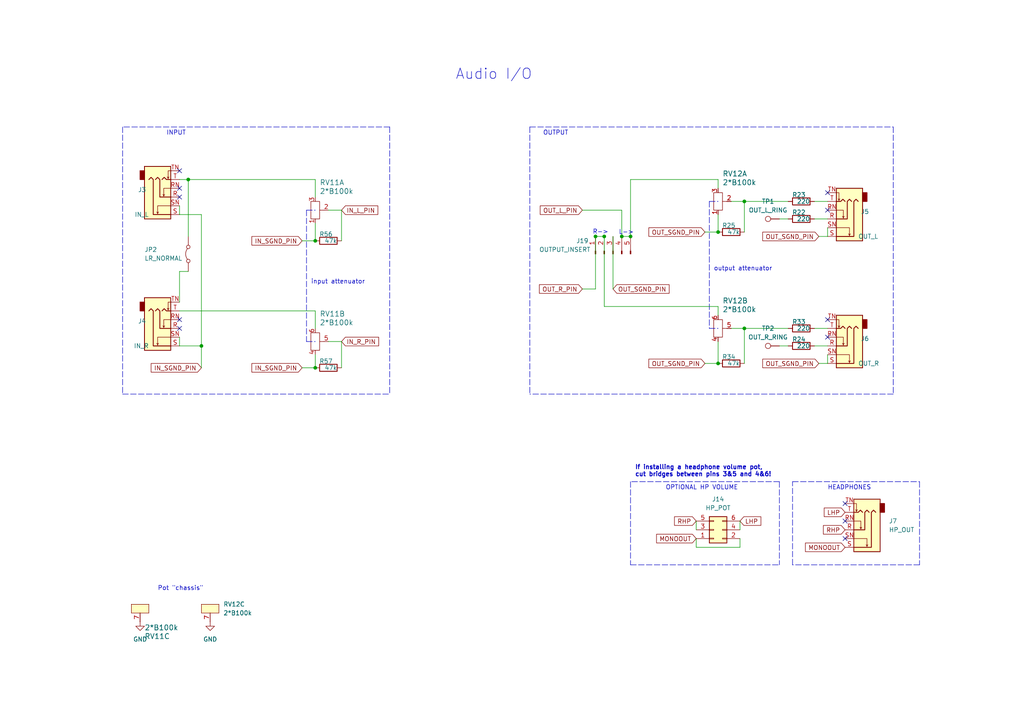
<source format=kicad_sch>
(kicad_sch (version 20250114) (generator "eeschema") (generator_version "9.0")
  (paper "A4")
  (title_block (title "https://github.com/ksoloti/ksoloti-gills") (date "2025-11-19") (rev "v0.6"))
  (lib_symbols
    (symbol "Connector:Conn_01x05_Pin" (pin_names (offset 1.016) (hide yes))
      (property "Reference" "J" (at 0 7.62 0))
      (property "Value" "Conn_01x05_Pin" (at 0 -7.62 0))
      (symbol "Conn_01x05_Pin_1_1"
        (rectangle (start 0.8636 5.207) (end 0 4.953) (stroke (width 0.1524)) (fill (type outline)))
        (rectangle (start 0.8636 2.667) (end 0 2.413) (stroke (width 0.1524)) (fill (type outline)))
        (rectangle (start 0.8636 0.127) (end 0 -0.127) (stroke (width 0.1524)) (fill (type outline)))
        (rectangle (start 0.8636 -2.413) (end 0 -2.667) (stroke (width 0.1524)) (fill (type outline)))
        (rectangle (start 0.8636 -4.953) (end 0 -5.207) (stroke (width 0.1524)) (fill (type outline)))
        (polyline (pts (xy 1.27 5.08) (xy 0.8636 5.08)) (stroke (width 0.1524)))
        (polyline (pts (xy 1.27 2.54) (xy 0.8636 2.54)) (stroke (width 0.1524)))
        (polyline (pts (xy 1.27 0) (xy 0.8636 0)) (stroke (width 0.1524)))
        (polyline (pts (xy 1.27 -2.54) (xy 0.8636 -2.54)) (stroke (width 0.1524)))
        (polyline (pts (xy 1.27 -5.08) (xy 0.8636 -5.08)) (stroke (width 0.1524)))
        (pin passive line (at 5.08 5.08 180) (length 3.81) (name "Pin_1") (number "1"))
        (pin passive line (at 5.08 2.54 180) (length 3.81) (name "Pin_2") (number "2"))
        (pin passive line (at 5.08 0 180) (length 3.81) (name "Pin_3") (number "3"))
        (pin passive line (at 5.08 -2.54 180) (length 3.81) (name "Pin_4") (number "4"))
        (pin passive line (at 5.08 -5.08 180) (length 3.81) (name "Pin_5") (number "5"))
      )
    )
    (symbol "Connector:TestPoint" (pin_numbers (hide yes)) (pin_names (offset 0.762) (hide yes))
      (property "Reference" "TP" (at 0 6.858 0))
      (property "Value" "TestPoint" (at 0 5.08 0))
      (symbol "TestPoint_0_1"
        (circle (center 0 3.302) (radius 0.762))
      )
      (symbol "TestPoint_1_1"
        (pin passive line (at 0 0 90) (length 2.54) (name "1") (number "1"))
      )
    )
    (symbol "Connector_Audio:AudioJack3_Switch"
      (property "Reference" "J" (at 0 11.43 0))
      (property "Value" "AudioJack3_Switch" (at 0 8.89 0))
      (symbol "AudioJack3_Switch_0_1"
        (rectangle (start -5.08 -5.08) (end -6.35 -7.62) (stroke (width 0.254)) (fill (type outline)))
        (polyline (pts (xy -1.905 -5.08) (xy -1.27 -5.715) (xy -0.635 -5.08) (xy -0.635 0) (xy 2.54 0)) (stroke (width 0.254)))
        (polyline (pts (xy -1.27 4.826) (xy -1.016 4.318)))
        (polyline (pts (xy 0 -5.08) (xy 0.635 -5.715) (xy 1.27 -5.08) (xy 2.54 -5.08)) (stroke (width 0.254)))
        (polyline (pts (xy 0.508 -0.254) (xy 0.762 -0.762)))
        (polyline (pts (xy 1.778 -5.334) (xy 2.032 -5.842)))
        (rectangle (start 2.54 6.35) (end -5.08 -8.89) (stroke (width 0.254)) (fill (type background)))
        (polyline (pts (xy 2.54 5.08) (xy -2.54 5.08) (xy -2.54 -5.08) (xy -3.175 -5.715) (xy -3.81 -5.08)) (stroke (width 0.254)))
        (polyline (pts (xy 2.54 2.54) (xy -1.27 2.54) (xy -1.27 4.826) (xy -1.524 4.318)))
        (polyline (pts (xy 2.54 -2.54) (xy 0.508 -2.54) (xy 0.508 -0.254) (xy 0.254 -0.762)))
        (polyline (pts (xy 2.54 -7.62) (xy 1.778 -7.62) (xy 1.778 -5.334) (xy 1.524 -5.842)))
      )
      (symbol "AudioJack3_Switch_1_1"
        (pin passive line (at 5.08 5.08 180) (length 2.54) (name "~") (number "S"))
        (pin passive line (at 5.08 2.54 180) (length 2.54) (name "~") (number "SN"))
        (pin passive line (at 5.08 0 180) (length 2.54) (name "~") (number "R"))
        (pin passive line (at 5.08 -2.54 180) (length 2.54) (name "~") (number "RN"))
        (pin passive line (at 5.08 -5.08 180) (length 2.54) (name "~") (number "T"))
        (pin passive line (at 5.08 -7.62 180) (length 2.54) (name "~") (number "TN"))
      )
    )
    (symbol "Connector_Generic:Conn_02x03_Odd_Even" (pin_names (offset 1.016) (hide yes))
      (property "Reference" "J" (at 1.27 5.08 0))
      (property "Value" "Conn_02x03_Odd_Even" (at 1.27 -5.08 0))
      (symbol "Conn_02x03_Odd_Even_1_1"
        (rectangle (start -1.27 3.81) (end 3.81 -3.81) (stroke (width 0.254)) (fill (type background)))
        (rectangle (start -1.27 2.667) (end 0 2.413) (stroke (width 0.1524)))
        (rectangle (start -1.27 0.127) (end 0 -0.127) (stroke (width 0.1524)))
        (rectangle (start -1.27 -2.413) (end 0 -2.667) (stroke (width 0.1524)))
        (rectangle (start 3.81 2.667) (end 2.54 2.413) (stroke (width 0.1524)))
        (rectangle (start 3.81 0.127) (end 2.54 -0.127) (stroke (width 0.1524)))
        (rectangle (start 3.81 -2.413) (end 2.54 -2.667) (stroke (width 0.1524)))
        (pin passive line (at -5.08 2.54 0) (length 3.81) (name "Pin_1") (number "1"))
        (pin passive line (at -5.08 0 0) (length 3.81) (name "Pin_3") (number "3"))
        (pin passive line (at -5.08 -2.54 0) (length 3.81) (name "Pin_5") (number "5"))
        (pin passive line (at 7.62 2.54 180) (length 3.81) (name "Pin_2") (number "2"))
        (pin passive line (at 7.62 0 180) (length 3.81) (name "Pin_4") (number "4"))
        (pin passive line (at 7.62 -2.54 180) (length 3.81) (name "Pin_6") (number "6"))
      )
    )
    (symbol "Device:R" (pin_numbers (hide yes)) (pin_names (offset 0))
      (property "Reference" "R" (at 2.032 0 90))
      (property "Value" "R" (at 0 0 90))
      (symbol "R_0_1"
        (rectangle (start -1.016 -2.54) (end 1.016 2.54) (stroke (width 0.254)))
      )
      (symbol "R_1_1"
        (pin passive line (at 0 3.81 270) (length 1.27) (name "~") (number "1"))
        (pin passive line (at 0 -3.81 90) (length 1.27) (name "~") (number "2"))
      )
    )
    (symbol "Jumper:Jumper_2_Bridged" (pin_numbers (hide yes)) (pin_names (offset 0) (hide yes))
      (property "Reference" "JP" (at 0 1.905 0))
      (property "Value" "Jumper_2_Bridged" (at 0 -2.54 0))
      (symbol "Jumper_2_Bridged_0_0"
        (circle (center -2.032 0) (radius 0.508))
        (circle (center 2.032 0) (radius 0.508))
      )
      (symbol "Jumper_2_Bridged_0_1"
        (arc (start -1.524 0.254) (mid 0 0.762) (end 1.524 0.254))
      )
      (symbol "Jumper_2_Bridged_1_1"
        (pin passive line (at -5.08 0 0) (length 2.54) (name "A") (number "1"))
        (pin passive line (at 5.08 0 180) (length 2.54) (name "B") (number "2"))
      )
    )
    (symbol "New_Library:R_POT_Dual_Separate_GND" (pin_names (offset 1.016) (hide yes))
      (property "Reference" "RV11" (at 1.27 -8.89 0))
      (property "Value" "2*B100k" (at 1.27 -6.35 0))
      (symbol "R_POT_Dual_Separate_GND_1_1"
        (rectangle (start -1.27 2.54) (end 1.27 -2.54) (stroke (width 0.1524)))
        (polyline (pts (xy 2.54 0) (xy 1.27 0)) (stroke (width 0.1524)))
        (pin passive line (at 0 3.81 270) (length 1.27) (name "1") (number "1"))
        (pin passive line (at 0 -3.81 90) (length 1.27) (name "3") (number "3"))
        (pin passive line (at 3.81 0 180) (length 1.27) (name "2") (number "2"))
      )
      (symbol "R_POT_Dual_Separate_GND_2_1"
        (rectangle (start -1.27 2.54) (end 1.27 -2.54) (stroke (width 0.1524)))
        (polyline (pts (xy 2.54 0) (xy 1.27 0)) (stroke (width 0.1524)))
        (pin passive line (at 0 3.81 270) (length 1.27) (name "4") (number "4"))
        (pin passive line (at 0 -3.81 90) (length 1.27) (name "6") (number "6"))
        (pin passive line (at 3.81 0 180) (length 1.27) (name "5") (number "5"))
      )
      (symbol "R_POT_Dual_Separate_GND_3_1"
        (rectangle (start -2.54 1.27) (end 2.54 -1.27) (stroke (width 0.1524)) (fill (type background)))
        (pin passive line (at 0 -3.81 90) (length 2.54) (name "7") (number "7"))
      )
    )
    (symbol "power:GND" (power) (pin_numbers (hide yes)) (pin_names (offset 0) (hide yes))
      (property "Value" "GND" (at 0 -3.81 0))
      (symbol "GND_0_1"
        (polyline (pts (xy 0 0) (xy 0 -1.27) (xy 1.27 -1.27) (xy 0 -2.54) (xy -1.27 -1.27) (xy 0 -1.27)))
      )
      (symbol "GND_1_1"
        (pin power_in line (at 0 0 270) (length 0) (name "~") (number "1"))
      )
    )
  )
  (text "R->" (at 171.8879 68.1049 0) (effects (font (size 1.27 1.27)) (justify left bottom)))
  (text "L->" (at 179.4509 68.1731 0) (effects (font (size 1.27 1.27)) (justify left bottom)))
  (text "HEADPHONES" (at 240.03 142.24 0) (effects (font (size 1.27 1.27)) (justify left bottom)))
  (text "output attenuator" (at 207.01 78.74 0) (effects (font (size 1.27 1.27)) (justify left bottom)))
  (text "If installing a headphone volume pot,\ncut bridges between pins 3&5 and 4&6!" (at 184.15 138.43 0) (effects (font (size 1.27 1.27) (thickness 0.254) (bold yes)) (justify left bottom)))
  (text "OPTIONAL HP VOLUME" (at 193.04 142.24 0) (effects (font (size 1.27 1.27)) (justify left bottom)))
  (text "OUTPUT" (at 157.48 39.37 0) (effects (font (size 1.27 1.27)) (justify left bottom)))
  (text "INPUT" (at 48.26 39.37 0) (effects (font (size 1.27 1.27)) (justify left bottom)))
  (text "Pot \"chassis\"" (at 45.72 171.45 0) (effects (font (size 1.27 1.27)) (justify left bottom)))
  (text "Audio I/O" (at 132.08 23.368 0) (effects (font (size 3 3)) (justify left bottom)))
  (text "input attenuator" (at 90.17 82.55 0) (effects (font (size 1.27 1.27)) (justify left bottom)))
  (junction (at 91.44 106.68))
  (junction (at 54.61 52.07))
  (junction (at 172.72 68.58))
  (junction (at 175.26 68.58))
  (junction (at 91.44 69.85))
  (junction (at 215.9 95.25))
  (junction (at 58.42 100.33))
  (junction (at 208.28 105.41))
  (junction (at 180.34 68.58))
  (junction (at 208.28 67.31))
  (junction (at 215.9 58.42))
  (junction (at 182.88 68.58))
  (no_connect (at 240.03 55.88))
  (no_connect (at 52.07 57.15))
  (no_connect (at 240.03 92.71))
  (no_connect (at 240.03 97.79))
  (no_connect (at 52.07 49.53))
  (no_connect (at 245.11 151.13))
  (no_connect (at 52.07 92.71))
  (no_connect (at 52.07 95.25))
  (no_connect (at 52.07 54.61))
  (no_connect (at 240.03 60.96))
  (no_connect (at 245.11 146.05))
  (no_connect (at 245.11 156.21))
  (wire (pts (xy 240.03 102.87) (xy 240.03 105.41)))
  (wire (pts (xy 236.22 100.33) (xy 240.03 100.33)))
  (wire (pts (xy 95.25 60.96) (xy 99.06 60.96)))
  (polyline (pts (xy 182.88 139.7) (xy 182.88 163.83)) (stroke (width 0) (type dash)))
  (wire (pts (xy 168.91 83.82) (xy 172.72 83.82)))
  (wire (pts (xy 52.07 59.69) (xy 52.07 62.23)))
  (polyline (pts (xy 266.7 163.83) (xy 229.87 163.83)) (stroke (width 0) (type dash)))
  (wire (pts (xy 52.07 100.33) (xy 58.42 100.33)))
  (polyline (pts (xy 229.87 139.7) (xy 266.7 139.7)) (stroke (width 0) (type dash)))
  (polyline (pts (xy 259.08 114.3) (xy 153.67 114.3)) (stroke (width 0) (type dash)))
  (wire (pts (xy 201.93 158.75) (xy 214.63 158.75)))
  (polyline (pts (xy 205.74 95.25) (xy 208.28 95.25)) (stroke (width 0) (type dash)))
  (wire (pts (xy 99.06 60.96) (xy 99.06 69.85)))
  (wire (pts (xy 214.63 156.21) (xy 214.63 158.75)))
  (wire (pts (xy 87.63 69.85) (xy 91.44 69.85)))
  (wire (pts (xy 52.07 90.17) (xy 91.44 90.17)))
  (wire (pts (xy 54.61 52.07) (xy 54.61 68.58)))
  (wire (pts (xy 208.28 62.23) (xy 208.28 67.31)))
  (polyline (pts (xy 205.74 58.42) (xy 205.74 95.25)) (stroke (width 0) (type dash)))
  (wire (pts (xy 182.88 52.07) (xy 208.28 52.07)))
  (wire (pts (xy 215.9 58.42) (xy 212.09 58.42)))
  (wire (pts (xy 204.47 67.31) (xy 208.28 67.31)))
  (wire (pts (xy 52.07 78.74) (xy 52.07 87.63)))
  (wire (pts (xy 54.61 78.74) (xy 52.07 78.74)))
  (polyline (pts (xy 113.03 36.83) (xy 113.03 114.3)) (stroke (width 0) (type dash)))
  (polyline (pts (xy 153.67 36.83) (xy 259.08 36.83)) (stroke (width 0) (type dash)))
  (wire (pts (xy 236.22 63.5) (xy 240.03 63.5)))
  (wire (pts (xy 236.22 58.42) (xy 240.03 58.42)))
  (wire (pts (xy 87.63 106.68) (xy 91.44 106.68)))
  (polyline (pts (xy 259.08 36.83) (xy 259.08 114.3)) (stroke (width 0) (type dash)))
  (wire (pts (xy 175.26 88.9) (xy 208.28 88.9)))
  (polyline (pts (xy 35.56 114.3) (xy 113.03 114.3)) (stroke (width 0) (type dash)))
  (wire (pts (xy 180.34 68.58) (xy 182.88 68.58)))
  (wire (pts (xy 208.28 88.9) (xy 208.28 91.44)))
  (polyline (pts (xy 35.56 36.83) (xy 35.56 114.3)) (stroke (width 0) (type dash)))
  (wire (pts (xy 215.9 95.25) (xy 228.6 95.25)))
  (wire (pts (xy 177.8 83.82) (xy 177.8 68.58)))
  (wire (pts (xy 208.28 99.06) (xy 208.28 105.41)))
  (polyline (pts (xy 205.74 58.42) (xy 208.28 58.42)) (stroke (width 0) (type dash)))
  (wire (pts (xy 237.49 105.41) (xy 240.03 105.41)))
  (wire (pts (xy 91.44 106.68) (xy 91.44 102.87)))
  (wire (pts (xy 52.07 97.79) (xy 52.07 100.33)))
  (wire (pts (xy 58.42 62.23) (xy 58.42 100.33)))
  (wire (pts (xy 182.88 52.07) (xy 182.88 68.58)))
  (wire (pts (xy 237.49 68.58) (xy 240.03 68.58)))
  (wire (pts (xy 52.07 52.07) (xy 54.61 52.07)))
  (wire (pts (xy 215.9 95.25) (xy 212.09 95.25)))
  (polyline (pts (xy 153.67 36.83) (xy 153.67 114.3)) (stroke (width 0) (type dash)))
  (wire (pts (xy 215.9 58.42) (xy 215.9 67.31)))
  (polyline (pts (xy 113.03 36.83) (xy 35.56 36.83)) (stroke (width 0) (type dash)))
  (polyline (pts (xy 88.9 60.96) (xy 88.9 99.06)) (stroke (width 0) (type dash)))
  (wire (pts (xy 215.9 58.42) (xy 228.6 58.42)))
  (wire (pts (xy 214.63 151.13) (xy 214.63 153.67)))
  (wire (pts (xy 226.06 100.33) (xy 228.6 100.33)))
  (polyline (pts (xy 88.9 99.06) (xy 91.44 99.06)) (stroke (width 0) (type dash)))
  (wire (pts (xy 91.44 52.07) (xy 91.44 57.15)))
  (polyline (pts (xy 226.06 139.7) (xy 226.06 163.83)) (stroke (width 0) (type dash)))
  (wire (pts (xy 54.61 52.07) (xy 91.44 52.07)))
  (polyline (pts (xy 88.9 60.96) (xy 91.44 60.96)) (stroke (width 0) (type dash)))
  (wire (pts (xy 91.44 69.85) (xy 91.44 64.77)))
  (wire (pts (xy 204.47 105.41) (xy 208.28 105.41)))
  (polyline (pts (xy 182.88 163.83) (xy 226.06 163.83)) (stroke (width 0) (type dash)))
  (polyline (pts (xy 266.7 139.7) (xy 266.7 163.83)) (stroke (width 0) (type dash)))
  (wire (pts (xy 175.26 68.58) (xy 175.26 88.9)))
  (wire (pts (xy 172.72 68.58) (xy 172.72 83.82)))
  (wire (pts (xy 99.06 99.06) (xy 99.06 106.68)))
  (wire (pts (xy 201.93 156.21) (xy 201.93 158.75)))
  (polyline (pts (xy 226.06 139.7) (xy 182.88 139.7)) (stroke (width 0) (type dash)))
  (wire (pts (xy 52.07 62.23) (xy 58.42 62.23)))
  (wire (pts (xy 240.03 66.04) (xy 240.03 68.58)))
  (wire (pts (xy 168.91 60.96) (xy 180.34 60.96)))
  (wire (pts (xy 58.42 106.68) (xy 58.42 100.33)))
  (wire (pts (xy 226.06 63.5) (xy 228.6 63.5)))
  (wire (pts (xy 95.25 99.06) (xy 99.06 99.06)))
  (wire (pts (xy 201.93 151.13) (xy 201.93 153.67)))
  (wire (pts (xy 236.22 95.25) (xy 240.03 95.25)))
  (wire (pts (xy 208.28 52.07) (xy 208.28 54.61)))
  (wire (pts (xy 172.72 68.58) (xy 175.26 68.58)))
  (wire (pts (xy 215.9 95.25) (xy 215.9 105.41)))
  (wire (pts (xy 180.34 60.96) (xy 180.34 68.58)))
  (polyline (pts (xy 229.87 163.83) (xy 229.87 139.7)) (stroke (width 0) (type dash)))
  (wire (pts (xy 91.44 90.17) (xy 91.44 95.25)))
  (global_label "IN_R_PIN" (shape input) (at 99.06 99.06 0) (property "Intersheetrefs" "${INTERSHEET_REFS}" (effects (hide yes))))
  (global_label "IN_L_PIN" (shape input) (at 99.06 60.96 0) (property "Intersheetrefs" "${INTERSHEET_REFS}" (effects (hide yes))))
  (global_label "MONOOUT" (shape input) (at 201.93 156.21 180) (property "Intersheetrefs" "${INTERSHEET_REFS}" (effects (hide yes))))
  (global_label "LHP" (shape input) (at 245.11 148.59 180) (property "Intersheetrefs" "${INTERSHEET_REFS}" (effects (hide yes))))
  (global_label "OUT_SGND_PIN" (shape input) (at 177.8 83.82 0) (property "Intersheetrefs" "${INTERSHEET_REFS}" (effects (hide yes))))
  (global_label "RHP" (shape input) (at 201.93 151.13 180) (property "Intersheetrefs" "${INTERSHEET_REFS}" (effects (hide yes))))
  (global_label "IN_SGND_PIN" (shape input) (at 87.63 69.85 180) (property "Intersheetrefs" "${INTERSHEET_REFS}" (effects (hide yes))))
  (global_label "IN_SGND_PIN" (shape input) (at 87.63 106.68 180) (property "Intersheetrefs" "${INTERSHEET_REFS}" (effects (hide yes))))
  (global_label "OUT_SGND_PIN" (shape input) (at 204.47 105.41 180) (property "Intersheetrefs" "${INTERSHEET_REFS}" (effects (hide yes))))
  (global_label "MONOOUT" (shape input) (at 245.11 158.75 180) (property "Intersheetrefs" "${INTERSHEET_REFS}" (effects (hide yes))))
  (global_label "OUT_SGND_PIN" (shape input) (at 204.47 67.31 180) (property "Intersheetrefs" "${INTERSHEET_REFS}" (effects (hide yes))))
  (global_label "OUT_R_PIN" (shape input) (at 168.91 83.82 180) (property "Intersheetrefs" "${INTERSHEET_REFS}" (effects (hide yes))))
  (global_label "OUT_L_PIN" (shape input) (at 168.91 60.96 180) (property "Intersheetrefs" "${INTERSHEET_REFS}" (effects (hide yes))))
  (global_label "OUT_SGND_PIN" (shape input) (at 237.49 105.41 180) (property "Intersheetrefs" "${INTERSHEET_REFS}" (effects (hide yes))))
  (global_label "LHP" (shape input) (at 214.63 151.13 0) (property "Intersheetrefs" "${INTERSHEET_REFS}" (effects (hide yes))))
  (global_label "IN_SGND_PIN" (shape input) (at 58.42 106.68 180) (property "Intersheetrefs" "${INTERSHEET_REFS}" (effects (hide yes))))
  (global_label "OUT_SGND_PIN" (shape input) (at 237.49 68.58 180) (property "Intersheetrefs" "${INTERSHEET_REFS}" (effects (hide yes))))
  (global_label "RHP" (shape input) (at 245.11 153.67 180) (property "Intersheetrefs" "${INTERSHEET_REFS}" (effects (hide yes))))
  (symbol (lib_id "Connector:Conn_01x05_Pin") (at 177.8 73.66 90) (unit 1)
    (property "Reference" "J19" (at 168.91 69.85 90))
    (property "Value" "OUTPUT_INSERT" (at 163.83 72.39 90))
    (property "Footprint" "Connector_PinHeader_2.54mm:PinHeader_1x05_P2.54mm_Vertical" (effects (hide yes)))
    (property "Description" "Generic connector, single row, 01x05, script generated" (effects (hide yes)))
  )
  (symbol (lib_id "power:GND") (at 40.64 180.34 0) (unit 1)
    (property "Reference" "#PWR0154" (effects (hide yes)))
    (property "Value" "GND" (at 40.64 185.42 0))
    (property "Description" "Power symbol creates a global label with name \"GND\" , ground" (effects (hide yes)))
  )
  (symbol (lib_id "Device:R") (at 95.25 69.85 90) (unit 1)
    (property "Reference" "R56" (at 96.52 67.945 90) (effects (justify left)))
    (property "Value" "47k" (at 97.79 69.85 90) (effects (justify left)))
    (property "Footprint" "Resistor_SMD:R_0603_1608Metric" (effects (hide yes)))
    (property "Description" "Resistor" (effects (hide yes)))
  )
  (symbol (lib_id "Device:R") (at 232.41 100.33 90) (unit 1)
    (property "Reference" "R24" (at 233.68 98.425 90) (effects (justify left)))
    (property "Value" "220" (at 234.95 100.33 90) (effects (justify left)))
    (property "Footprint" "Resistor_SMD:R_0603_1608Metric" (effects (hide yes)))
    (property "Description" "Resistor" (effects (hide yes)))
  )
  (symbol (lib_id "Device:R") (at 232.41 63.5 90) (unit 1)
    (property "Reference" "R22" (at 233.68 61.595 90) (effects (justify left)))
    (property "Value" "220" (at 234.95 63.5 90) (effects (justify left)))
    (property "Footprint" "Resistor_SMD:R_0603_1608Metric" (effects (hide yes)))
    (property "Description" "Resistor" (effects (hide yes)))
  )
  (symbol (lib_id "New_Library:R_POT_Dual_Separate_GND") (at 208.28 58.42 0) (mirror x) (unit 1)
    (property "Reference" "RV12" (at 209.55 49.53 0) (effects (font (size 1.4986 1.4986)) (justify left bottom)))
    (property "Value" "2*B100k" (at 209.55 52.07 0) (effects (font (size 1.4986 1.4986)) (justify left bottom)))
    (property "Footprint" "Library:ALPS_POT_VERTICAL_PS_DUAL" (effects (hide yes)))
  )
  (symbol (lib_id "Device:R") (at 232.41 95.25 90) (unit 1)
    (property "Reference" "R33" (at 233.68 93.345 90) (effects (justify left)))
    (property "Value" "220" (at 234.95 95.25 90) (effects (justify left)))
    (property "Footprint" "Resistor_SMD:R_0603_1608Metric" (effects (hide yes)))
    (property "Description" "Resistor" (effects (hide yes)))
  )
  (symbol (lib_id "Device:R") (at 95.25 106.68 90) (unit 1)
    (property "Reference" "R57" (at 96.52 104.775 90) (effects (justify left)))
    (property "Value" "47k" (at 97.79 106.68 90) (effects (justify left)))
    (property "Footprint" "Resistor_SMD:R_0603_1608Metric" (effects (hide yes)))
    (property "Description" "Resistor" (effects (hide yes)))
  )
  (symbol (lib_id "Connector_Audio:AudioJack3_Switch") (at 245.11 100.33 180) (unit 1)
    (property "Reference" "J6" (at 249.6819 98.2253 0) (effects (justify right)))
    (property "Value" "OUT_R" (at 248.92 105.41 0) (effects (justify right)))
    (property "Footprint" "Library:Jack_6.35mm_Neutrik_NRJ6HF_Horizontal_no_screwhole" (effects (hide yes)))
    (property "Description" "Audio Jack, 3 Poles (Stereo / TRS), Switched Poles (Normalling)" (effects (hide yes)))
  )
  (symbol (lib_id "Device:R") (at 212.09 105.41 90) (unit 1)
    (property "Reference" "R34" (at 213.36 103.505 90) (effects (justify left)))
    (property "Value" "47k" (at 214.63 105.41 90) (effects (justify left)))
    (property "Footprint" "Resistor_SMD:R_0603_1608Metric" (effects (hide yes)))
    (property "Description" "Resistor" (effects (hide yes)))
  )
  (symbol (lib_id "Device:R") (at 232.41 58.42 90) (unit 1)
    (property "Reference" "R23" (at 233.68 56.515 90) (effects (justify left)))
    (property "Value" "220" (at 234.95 58.42 90) (effects (justify left)))
    (property "Footprint" "Resistor_SMD:R_0603_1608Metric" (effects (hide yes)))
    (property "Description" "Resistor" (effects (hide yes)))
  )
  (symbol (lib_id "Connector_Generic:Conn_02x03_Odd_Even") (at 207.01 153.67 0) (mirror x) (unit 1)
    (property "Reference" "J14" (at 208.28 144.78 0))
    (property "Value" "HP_POT" (at 208.28 147.32 0))
    (property "Footprint" "Connector_PinHeader_2.54mm:PinHeader_2x03_P2.54mm_Vertical" (effects (hide yes)))
    (property "Description" "Generic connector, double row, 02x03, odd/even pin numbering scheme (row 1 odd numbers, row 2 even numbers), script generated (kicad-library-utils/schlib/autogen/connector/)" (effects (hide yes)))
  )
  (symbol (lib_id "power:GND") (at 60.96 180.34 0) (unit 1)
    (property "Reference" "#PWR0152" (effects (hide yes)))
    (property "Value" "GND" (at 60.96 185.42 0))
    (property "Description" "Power symbol creates a global label with name \"GND\" , ground" (effects (hide yes)))
  )
  (symbol (lib_id "New_Library:R_POT_Dual_Separate_GND") (at 91.44 60.96 0) (mirror x) (unit 1)
    (property "Reference" "RV11" (at 92.71 52.07 0) (effects (font (size 1.4986 1.4986)) (justify left bottom)))
    (property "Value" "2*B100k" (at 92.71 54.61 0) (effects (font (size 1.4986 1.4986)) (justify left bottom)))
    (property "Footprint" "Library:ALPS_POT_VERTICAL_PS_DUAL" (effects (hide yes)))
  )
  (symbol (lib_id "Connector_Audio:AudioJack3_Switch") (at 250.19 153.67 180) (unit 1)
    (property "Reference" "J7" (at 257.81 151.1299 0) (effects (justify right)))
    (property "Value" "HP_OUT" (at 257.81 153.6699 0) (effects (justify right)))
    (property "Footprint" "Library:Jack_6.35mm_Neutrik_NRJ6HF_Horizontal_no_screwhole" (effects (hide yes)))
    (property "Description" "Audio Jack, 3 Poles (Stereo / TRS), Switched Poles (Normalling)" (effects (hide yes)))
  )
  (symbol (lib_id "New_Library:R_POT_Dual_Separate_GND") (at 91.44 99.06 0) (mirror x) (unit 2)
    (property "Reference" "RV11" (at 92.71 90.17 0) (effects (font (size 1.4986 1.4986)) (justify left bottom)))
    (property "Value" "2*B100k" (at 92.71 92.71 0) (effects (font (size 1.4986 1.4986)) (justify left bottom)))
    (property "Footprint" "Library:ALPS_POT_VERTICAL_PS_DUAL" (effects (hide yes)))
  )
  (symbol (lib_id "Jumper:Jumper_2_Bridged") (at 54.61 73.66 90) (unit 1)
    (property "Reference" "JP2" (at 41.91 72.39 90) (effects (justify right)))
    (property "Value" "LR_NORMAL" (at 41.91 74.93 90) (effects (justify right)))
    (property "Footprint" "Library:SolderJumper-2_0603_Bridged_0_25mm" (effects (hide yes)))
    (property "Description" "Jumper, 2-pole, closed/bridged" (effects (hide yes)))
  )
  (symbol (lib_id "New_Library:R_POT_Dual_Separate_GND") (at 40.64 176.53 0) (unit 3)
    (property "Reference" "RV11" (at 41.91 185.42 0) (effects (font (size 1.4986 1.4986)) (justify left bottom)))
    (property "Value" "2*B100k" (at 41.91 182.88 0) (effects (font (size 1.4986 1.4986)) (justify left bottom)))
    (property "Footprint" "Library:ALPS_POT_VERTICAL_PS_DUAL" (effects (hide yes)))
  )
  (symbol (lib_id "Connector_Audio:AudioJack3_Switch") (at 46.99 57.15 0) (mirror x) (unit 1)
    (property "Reference" "J3" (at 42.4181 55.0453 0) (effects (justify right)))
    (property "Value" "IN_L" (at 43.18 62.23 0) (effects (justify right)))
    (property "Footprint" "Library:Jack_6.35mm_Neutrik_NRJ6HF_Horizontal_no_screwhole" (effects (hide yes)))
    (property "Description" "Audio Jack, 3 Poles (Stereo / TRS), Switched Poles (Normalling)" (effects (hide yes)))
  )
  (symbol (lib_id "Connector:TestPoint") (at 226.06 100.33 90) (unit 1) (in_bom no)
    (property "Reference" "TP2" (at 222.758 95.25 90))
    (property "Value" "OUT_R_RING" (at 222.758 97.79 90))
    (property "Footprint" "TestPoint:TestPoint_THTPad_D1.5mm_Drill0.7mm" (effects (hide yes)))
    (property "Description" "test point" (effects (hide yes)))
  )
  (symbol (lib_id "Connector:TestPoint") (at 226.06 63.5 90) (unit 1) (in_bom no)
    (property "Reference" "TP1" (at 222.758 58.42 90))
    (property "Value" "OUT_L_RING" (at 222.758 60.96 90))
    (property "Footprint" "TestPoint:TestPoint_THTPad_D1.5mm_Drill0.7mm" (effects (hide yes)))
    (property "Description" "test point" (effects (hide yes)))
  )
  (symbol (lib_id "New_Library:R_POT_Dual_Separate_GND") (at 208.28 95.25 0) (mirror x) (unit 2)
    (property "Reference" "RV12" (at 209.55 86.36 0) (effects (font (size 1.4986 1.4986)) (justify left bottom)))
    (property "Value" "2*B100k" (at 209.55 88.9 0) (effects (font (size 1.4986 1.4986)) (justify left bottom)))
    (property "Footprint" "Library:ALPS_POT_VERTICAL_PS_DUAL" (effects (hide yes)))
  )
  (symbol (lib_id "Connector_Audio:AudioJack3_Switch") (at 46.99 95.25 0) (mirror x) (unit 1)
    (property "Reference" "J4" (at 42.4181 93.1453 0) (effects (justify right)))
    (property "Value" "IN_R" (at 43.18 100.33 0) (effects (justify right)))
    (property "Footprint" "Library:Jack_6.35mm_Neutrik_NRJ6HF_Horizontal_no_screwhole" (effects (hide yes)))
    (property "Description" "Audio Jack, 3 Poles (Stereo / TRS), Switched Poles (Normalling)" (effects (hide yes)))
  )
  (symbol (lib_id "Device:R") (at 212.09 67.31 90) (unit 1)
    (property "Reference" "R25" (at 213.36 65.405 90) (effects (justify left)))
    (property "Value" "47k" (at 214.63 67.31 90) (effects (justify left)))
    (property "Footprint" "Resistor_SMD:R_0603_1608Metric" (effects (hide yes)))
    (property "Description" "Resistor" (effects (hide yes)))
  )
  (symbol (lib_id "Connector_Audio:AudioJack3_Switch") (at 245.11 63.5 180) (unit 1)
    (property "Reference" "J5" (at 249.6819 61.3953 0) (effects (justify right)))
    (property "Value" "OUT_L" (at 248.92 68.58 0) (effects (justify right)))
    (property "Footprint" "Library:Jack_6.35mm_Neutrik_NRJ6HF_Horizontal_no_screwhole" (effects (hide yes)))
    (property "Description" "Audio Jack, 3 Poles (Stereo / TRS), Switched Poles (Normalling)" (effects (hide yes)))
  )
  (symbol (lib_id "New_Library:R_POT_Dual_Separate_GND") (at 60.96 176.53 0) (unit 3)
    (property "Reference" "RV12" (at 64.77 175.2599 0) (effects (justify left)))
    (property "Value" "2*B100k" (at 64.77 177.7999 0) (effects (justify left)))
    (property "Footprint" "Library:ALPS_POT_VERTICAL_PS_DUAL" (effects (hide yes)))
  )
)
</source>
